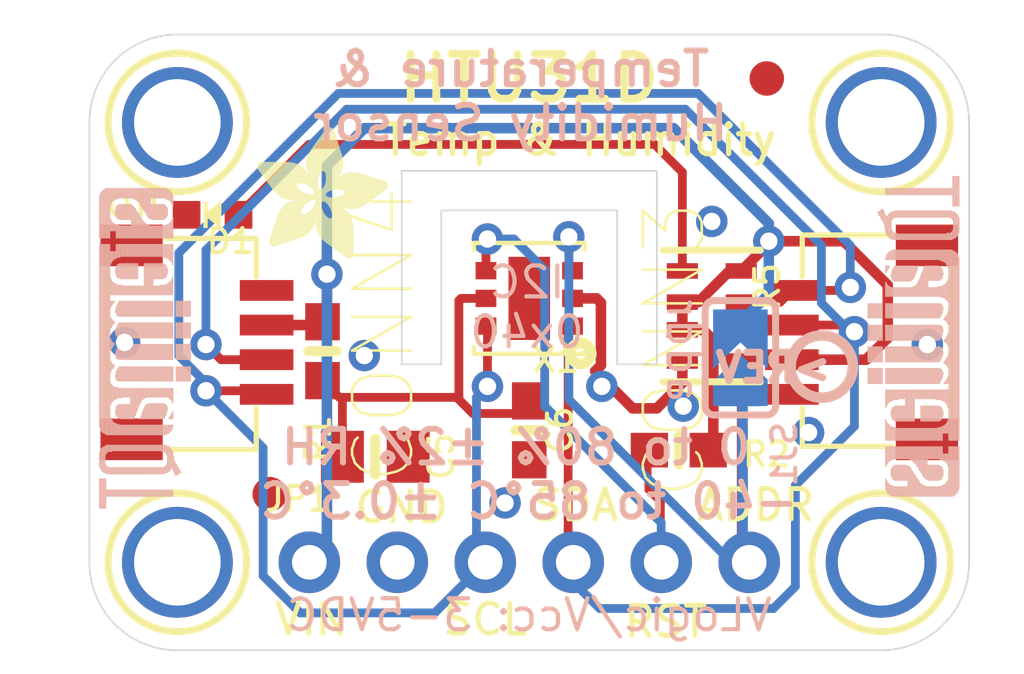
<source format=kicad_pcb>
(kicad_pcb (version 20211014) (generator pcbnew)
  (layers (0 "F.Cu" signal) (31 "B.Cu" signal) (34 "B.Paste" user) (35 "F.Paste" user) (36 "B.SilkS" user "B.Silkscreen") (37 "F.SilkS" user "F.Silkscreen") (38 "B.Mask" user) (39 "F.Mask" user) (44 "Edge.Cuts" user))
  (net 0 "")
  (net 1 "SDA")
  (net 2 "SCL")
  (net 3 "GND")
  (net 4 "VCC")
  (net 5 "N$1")
  (net 6 "VDD")
  (net 7 "ADDR")
  (net 8 "RESET")
  (footprint "boardEagle:CHIPLED_0603_NOOUTLINE" (layer "F.Cu") (at 139.3571 101.3206 90)
    (fp_text reference "D1" (at -0.762 1.27) (layer "F.SilkS") (effects (font (size 0.692831 0.692831) (thickness 0.119969)) (justify right)))
    (fp_text value "GREEN")
    (pad "A" smd rect (at 0 0.75 90) (size 0.8 0.8) (layers "F.Cu" "F.Paste" "F.Mask") (net 5 "N$1"))
    (pad "C" smd rect (at 0 -0.75 90) (size 0.8 0.8) (layers "F.Cu" "F.Paste" "F.Mask") (net 3 "GND"))
  )
  (footprint "boardEagle:MOUNTINGHOLE_2.5_PLATED" (layer "F.Cu") (at 158.6611 111.3536)
    (fp_text reference "U$25" hide)
    (fp_text value "MOUNTINGHOLE2.5" hide)
    (pad "P$1" thru_hole circle (at 0 0) (size 3.2 3.2) (drill 2.5) (layers *.Cu *.Mask))
  )
  (footprint "boardEagle:RESPACK_4X0603" (layer "F.Cu") (at 153.7716 104.2416 -90)
    (fp_text reference "R5" (at -1.6 -1.6 90) (layer "F.SilkS") (effects (font (size 0.692831 0.692831) (thickness 0.119969)) (justify right)))
    (fp_text value "10K")
    (pad "1" smd rect (at -1.3 0.85 270) (size 0.45 0.9) (layers "F.Cu" "F.Paste" "F.Mask") (net 5 "N$1"))
    (pad "2" smd rect (at -0.4 0.85 270) (size 0.45 0.9) (layers "F.Cu" "F.Paste" "F.Mask") (net 4 "VCC"))
    (pad "3" smd rect (at 0.4 0.85 270) (size 0.45 0.9) (layers "F.Cu" "F.Paste" "F.Mask") (net 4 "VCC"))
    (pad "4" smd rect (at 1.3 0.85 270) (size 0.45 0.9) (layers "F.Cu" "F.Paste" "F.Mask") (net 3 "GND"))
    (pad "5" smd rect (at 1.3 -0.85 270) (size 0.45 0.9) (layers "F.Cu" "F.Paste" "F.Mask") (net 7 "ADDR"))
    (pad "6" smd rect (at 0.4 -0.85 270) (size 0.45 0.9) (layers "F.Cu" "F.Paste" "F.Mask") (net 1 "SDA"))
    (pad "7" smd rect (at -0.4 -0.85 270) (size 0.45 0.9) (layers "F.Cu" "F.Paste" "F.Mask") (net 2 "SCL"))
    (pad "8" smd rect (at -1.3 -0.85 270) (size 0.45 0.9) (layers "F.Cu" "F.Paste" "F.Mask") (net 4 "VCC"))
  )
  (footprint "boardEagle:0603-NO" (layer "F.Cu") (at 152.8191 108.1151)
    (fp_text reference "R2" (at 1.778 0.127) (layer "F.SilkS") (effects (font (size 0.692831 0.692831) (thickness 0.119969)) (justify left)))
    (fp_text value "10K")
    (pad "1" smd rect (at -0.85 0) (size 1.075 1) (layers "F.Cu" "F.Paste" "F.Mask") (net 8 "RESET"))
    (pad "2" smd rect (at 0.85 0) (size 1.075 1) (layers "F.Cu" "F.Paste" "F.Mask") (net 4 "VCC"))
  )
  (footprint "boardEagle:0603-NO" (layer "F.Cu") (at 148.5011 107.5436 -90)
    (fp_text reference "C6" (at -0.762 -0.889 90) (layer "F.SilkS") (effects (font (size 0.692831 0.692831) (thickness 0.119969)) (justify right)))
    (fp_text value "0.1uF")
    (pad "1" smd rect (at -0.85 0 270) (size 1.075 1) (layers "F.Cu" "F.Paste" "F.Mask") (net 6 "VDD"))
    (pad "2" smd rect (at 0.85 0 270) (size 1.075 1) (layers "F.Cu" "F.Paste" "F.Mask") (net 3 "GND"))
  )
  (footprint "boardEagle:1X06_ROUND_70" (layer "F.Cu") (at 148.5011 111.3536)
    (fp_text reference "JP1" (at -7.6962 -1.8288) (layer "F.SilkS") (effects (font (size 0.692831 0.692831) (thickness 0.119969)) (justify left)))
    (fp_text value "")
    (pad "1" thru_hole circle (at -6.35 0 90) (size 1.778 1.778) (drill 1) (layers *.Cu *.Mask) (net 4 "VCC"))
    (pad "2" thru_hole circle (at -3.81 0 90) (size 1.778 1.778) (drill 1) (layers *.Cu *.Mask) (net 3 "GND"))
    (pad "3" thru_hole circle (at -1.27 0 90) (size 1.778 1.778) (drill 1) (layers *.Cu *.Mask) (net 2 "SCL"))
    (pad "4" thru_hole circle (at 1.27 0 90) (size 1.778 1.778) (drill 1) (layers *.Cu *.Mask) (net 1 "SDA"))
    (pad "5" thru_hole circle (at 3.81 0 90) (size 1.778 1.778) (drill 1) (layers *.Cu *.Mask) (net 8 "RESET"))
    (pad "6" thru_hole circle (at 6.35 0 90) (size 1.778 1.778) (drill 1) (layers *.Cu *.Mask) (net 7 "ADDR"))
  )
  (footprint "boardEagle:FIDUCIAL_1MM" (layer "F.Cu") (at 155.3591 97.3836)
    (fp_text reference "FID4" hide)
    (fp_text value "FIDUCIAL_1MM" hide)
    (pad "1" smd roundrect (at 0 0) (size 1 1) (layers "F.Cu" "F.Mask") (roundrect_rratio 0.5))
  )
  (footprint "boardEagle:JST_SH4" (layer "F.Cu") (at 138.4046 105.0036 -90)
    (fp_text reference "CONN4" (at -4.6 -5.9 90) (layer "F.SilkS") (effects (font (size 1.703222 1.703222) (thickness 0.074778)) (justify right)))
    (fp_text value "STEMMA_I2C_QT" hide)
    (pad "1" smd rect (at -1.5 -2.514) (size 1.55 0.6) (layers "F.Cu" "F.Paste" "F.Mask") (net 3 "GND"))
    (pad "2" smd rect (at -0.5 -2.514) (size 1.55 0.6) (layers "F.Cu" "F.Paste" "F.Mask") (net 4 "VCC"))
    (pad "3" smd rect (at 0.5 -2.514) (size 1.55 0.6) (layers "F.Cu" "F.Paste" "F.Mask") (net 1 "SDA"))
    (pad "4" smd rect (at 1.5 -2.514) (size 1.55 0.6) (layers "F.Cu" "F.Paste" "F.Mask") (net 2 "SCL"))
    (pad "MT1" smd rect (at -2.8 1.386) (size 1.8 1.2) (layers "F.Cu" "F.Paste" "F.Mask") (net 3 "GND"))
    (pad "MT2" smd rect (at 2.8 1.386) (size 1.8 1.2) (layers "F.Cu" "F.Paste" "F.Mask") (net 3 "GND"))
  )
  (footprint "boardEagle:FIDUCIAL_1MM" (layer "F.Cu") (at 141.0081 109.3851)
    (fp_text reference "FID3" hide)
    (fp_text value "FIDUCIAL_1MM" hide)
    (pad "1" smd roundrect (at 0 0) (size 1 1) (layers "F.Cu" "F.Mask") (roundrect_rratio 0.5))
  )
  (footprint "boardEagle:ADAFRUIT_3.5MM" (layer "F.Cu") (at 140.6271 102.5906)
    (fp_text reference "U$28" hide)
    (fp_text value "" hide)
  )
  (footprint "boardEagle:0603-NO" (layer "F.Cu") (at 142.5321 105.2576 -90)
    (fp_text reference "R1" (at 1.778 0.127 90) (layer "F.SilkS") (effects (font (size 0.692831 0.692831) (thickness 0.119969)) (justify right)))
    (fp_text value "220")
    (pad "1" smd rect (at -0.85 0 270) (size 1.075 1) (layers "F.Cu" "F.Paste" "F.Mask") (net 4 "VCC"))
    (pad "2" smd rect (at 0.85 0 270) (size 1.075 1) (layers "F.Cu" "F.Paste" "F.Mask") (net 6 "VDD"))
  )
  (footprint "boardEagle:JST_SH4" (layer "F.Cu") (at 158.5976 105.0036 90)
    (fp_text reference "CONN3" (at -4.6 -5.9 90) (layer "F.SilkS") (effects (font (size 1.703222 1.703222) (thickness 0.074778)) (justify left)))
    (fp_text value "STEMMA_I2C_QT" hide)
    (pad "1" smd rect (at -1.5 -2.514 180) (size 1.55 0.6) (layers "F.Cu" "F.Paste" "F.Mask") (net 3 "GND"))
    (pad "2" smd rect (at -0.5 -2.514 180) (size 1.55 0.6) (layers "F.Cu" "F.Paste" "F.Mask") (net 4 "VCC"))
    (pad "3" smd rect (at 0.5 -2.514 180) (size 1.55 0.6) (layers "F.Cu" "F.Paste" "F.Mask") (net 1 "SDA"))
    (pad "4" smd rect (at 1.5 -2.514 180) (size 1.55 0.6) (layers "F.Cu" "F.Paste" "F.Mask") (net 2 "SCL"))
    (pad "MT1" smd rect (at -2.8 1.386 180) (size 1.8 1.2) (layers "F.Cu" "F.Paste" "F.Mask") (net 3 "GND"))
    (pad "MT2" smd rect (at 2.8 1.386 180) (size 1.8 1.2) (layers "F.Cu" "F.Paste" "F.Mask") (net 3 "GND"))
  )
  (footprint "boardEagle:0805-NO" (layer "F.Cu") (at 144.0561 108.3056)
    (fp_text reference "C5" (at 1.905 -0.762 90) (layer "F.SilkS") (effects (font (size 0.692831 0.692831) (thickness 0.119969)) (justify right)))
    (fp_text value "10uF")
    (pad "1" smd rect (at -0.95 0) (size 1.24 1.5) (layers "F.Cu" "F.Paste" "F.Mask") (net 6 "VDD"))
    (pad "2" smd rect (at 0.95 0) (size 1.24 1.5) (layers "F.Cu" "F.Paste" "F.Mask") (net 3 "GND"))
  )
  (footprint "boardEagle:HTU31D" (layer "F.Cu") (at 148.5011 103.7336 180)
    (fp_text reference "X1" (at -1.506 -1.778) (layer "F.SilkS") (effects (font (size 0.692831 0.692831) (thickness 0.119969)) (justify right)))
    (fp_text value "HTU31D_")
    (pad "1" smd rect (at -1.25 -0.8 270) (size 0.5 0.6) (layers "F.Cu" "F.Paste" "F.Mask") (net 1 "SDA"))
    (pad "2" smd rect (at -1.25 0 270) (size 0.5 0.6) (layers "F.Cu" "F.Paste" "F.Mask") (net 3 "GND"))
    (pad "3" smd rect (at -1.25 0.8 270) (size 0.5 0.6) (layers "F.Cu" "F.Paste" "F.Mask") (net 7 "ADDR"))
    (pad "4" smd rect (at 1.25 0.8 90) (size 0.5 0.6) (layers "F.Cu" "F.Paste" "F.Mask") (net 8 "RESET"))
    (pad "5" smd rect (at 1.25 0 90) (size 0.5 0.6) (layers "F.Cu" "F.Paste" "F.Mask") (net 6 "VDD"))
    (pad "6" smd rect (at 1.25 -0.8 90) (size 0.5 0.6) (layers "F.Cu" "F.Paste" "F.Mask") (net 2 "SCL"))
    (pad "PAD" smd rect (at 0 0 180) (size 1.2 2.4) (layers "F.Cu" "F.Paste" "F.Mask"))
  )
  (footprint "boardEagle:MOUNTINGHOLE_2.5_PLATED" (layer "F.Cu") (at 138.3411 98.6536)
    (fp_text reference "U$19" hide)
    (fp_text value "MOUNTINGHOLE2.5" hide)
    (pad "P$1" thru_hole circle (at 0 0) (size 3.2 3.2) (drill 2.5) (layers *.Cu *.Mask))
  )
  (footprint "boardEagle:MOUNTINGHOLE_2.5_PLATED" (layer "F.Cu") (at 158.6611 98.6536)
    (fp_text reference "U$20" hide)
    (fp_text value "MOUNTINGHOLE2.5" hide)
    (pad "P$1" thru_hole circle (at 0 0) (size 3.2 3.2) (drill 2.5) (layers *.Cu *.Mask))
  )
  (footprint "boardEagle:MOUNTINGHOLE_2.5_PLATED" (layer "F.Cu") (at 138.3411 111.3536)
    (fp_text reference "U$22" hide)
    (fp_text value "MOUNTINGHOLE2.5" hide)
    (pad "P$1" thru_hole circle (at 0 0) (size 3.2 3.2) (drill 2.5) (layers *.Cu *.Mask))
  )
  (footprint "boardEagle:STEMMAQT" (layer "B.Cu") (at 138.7221 100.5586 -90)
    (fp_text reference "U$31" hide)
    (fp_text value "" hide)
  )
  (footprint "boardEagle:PCBFEAT-REV-040" (layer "B.Cu") (at 156.9466 105.7021 180)
    (fp_text reference "U$29" hide)
    (fp_text value "" hide)
    (fp_text user ">REV" (at -0.3556 -0.508) (layer "B.SilkS") (effects (font (size 0.8128 0.8128) (thickness 0.2032)) (justify left bottom mirror)))
  )
  (footprint "boardEagle:STEMMAQT" (layer "B.Cu") (at 158.2801 109.4486 90)
    (fp_text reference "U$30" hide)
    (fp_text value "" hide)
  )
  (footprint "boardEagle:SOLDERJUMPER_ARROW_NOPASTE" (layer "B.Cu") (at 154.5971 105.4481 90)
    (fp_text reference "SJ1" (at -1.778 1.27 90) (layer "B.SilkS") (effects (font (size 0.692831 0.692831) (thickness 0.119969)) (justify left mirror)))
    (fp_text value "")
    (fp_poly (pts (xy 0.106121 -0.002663) (xy -0.679416 -0.7882) (xy -1.3946 -0.7882) (xy -1.3946 0.7882) (xy -0.62715 0.7882)) (layer "B.Cu") (width 0) (fill solid))
    (fp_poly (pts (xy 1.3946 -0.7882) (xy -0.315893 -0.7882) (xy 0.443148 0) (xy -0.315893 0.7882) (xy 1.3946 0.7882)) (layer "B.Cu") (width 0) (fill solid))
    (pad "1" smd roundrect (at -1.016 0 90) (size 0.762 1.524) (layers "B.Cu") (net 7 "ADDR"))
    (pad "2" smd roundrect (at 1.016 0 90) (size 0.762 1.524) (layers "B.Cu") (net 4 "VCC"))
  )
  (gr_line (start 152.1841 100.0506) (end 152.1841 105.6386) (layer "Edge.Cuts") (width 0.05))
  (gr_line (start 152.1841 105.6386) (end 151.0411 105.6386) (layer "Edge.Cuts") (width 0.05))
  (gr_arc (start 138.3411 113.8936) (mid 136.545049 113.149651) (end 135.8011 111.3536) (layer "Edge.Cuts") (width 0.05))
  (gr_arc (start 161.2011 111.3536) (mid 160.457151 113.149651) (end 158.6611 113.8936) (layer "Edge.Cuts") (width 0.05))
  (gr_line (start 144.8181 105.6386) (end 144.8181 100.0506) (layer "Edge.Cuts") (width 0.05))
  (gr_line (start 138.3411 113.8936) (end 158.6611 113.8936) (layer "Edge.Cuts") (width 0.05))
  (gr_arc (start 158.6611 96.1136) (mid 160.457151 96.857549) (end 161.2011 98.6536) (layer "Edge.Cuts") (width 0.05))
  (gr_line (start 135.8011 98.6536) (end 135.8011 111.3536) (layer "Edge.Cuts") (width 0.05))
  (gr_line (start 151.0411 105.6386) (end 151.0411 101.1936) (layer "Edge.Cuts") (width 0.05))
  (gr_line (start 145.9611 101.1936) (end 145.9611 105.6386) (layer "Edge.Cuts") (width 0.05))
  (gr_line (start 145.9611 105.6386) (end 144.8181 105.6386) (layer "Edge.Cuts") (width 0.05))
  (gr_line (start 151.0411 101.1936) (end 145.9611 101.1936) (layer "Edge.Cuts") (width 0.05))
  (gr_line (start 144.8181 100.0506) (end 152.1841 100.0506) (layer "Edge.Cuts") (width 0.05))
  (gr_line (start 161.2011 111.3536) (end 161.2011 98.6536) (layer "Edge.Cuts") (width 0.05))
  (gr_arc (start 135.8011 98.6536) (mid 136.545049 96.857549) (end 138.3411 96.1136) (layer "Edge.Cuts") (width 0.05))
  (gr_line (start 158.6611 96.1136) (end 138.3411 96.1136) (layer "Edge.Cuts") (width 0.05))
  (gr_text "VLogic/Vcc: 3-5VDC" (at 148.5011 112.8776) (layer "B.SilkS") (effects (font (size 0.89408 0.89408) (thickness 0.12192)) (justify mirror)))
  (gr_text "0 to 80% ±2% RH\n-40 to 85°C ±0.3°C " (at 148.1201 108.8136) (layer "B.SilkS") (effects (font (size 0.97155 0.97155) (thickness 0.17145)) (justify mirror)))
  (gr_text "I2C\n0x40" (at 148.4376 103.9876) (layer "B.SilkS") (effects (font (size 0.89408 0.89408) (thickness 0.12192)) (justify mirror)))
  (gr_text "Temperature &\nHumidity Sensor" (at 148.2471 97.8916) (layer "B.SilkS") (effects (font (size 0.97155 0.97155) (thickness 0.17145)) (justify mirror)))
  (gr_text "addr" (at 152.9461 105.2576 -90) (layer "B.SilkS") (effects (font (size 0.89408 0.89408) (thickness 0.12192)) (justify mirror)))
  (gr_text "Temp & Humidity" (at 149.9616 99.1616) (layer "F.SilkS") (effects (font (size 0.8636 0.8636) (thickness 0.1524))))
  (gr_text "SDA" (at 149.8346 109.7026) (layer "F.SilkS") (effects (font (size 0.87376 0.87376) (thickness 0.14224))))
  (gr_text "HTU31D" (at 148.5011 97.3836) (layer "F.SilkS") (effects (font (size 1.2954 1.2954) (thickness 0.2286))))
  (gr_text "on" (at 136.1821 101.4476) (layer "F.SilkS") (effects (font (size 0.89408 0.89408) (thickness 0.12192)) (justify left bottom)))
  (gr_text "GND" (at 144.8181 109.7661) (layer "F.SilkS") (effects (font (size 0.87376 0.87376) (thickness 0.14224))))
  (gr_text "SCL" (at 147.2311 113.0046) (layer "F.SilkS") (effects (font (size 0.87376 0.87376) (thickness 0.14224))))
  (gr_text "VIN" (at 142.2146 113.0046) (layer "F.SilkS") (effects (font (size 0.87376 0.87376) (thickness 0.14224))))
  (gr_text "RST" (at 152.4381 113.0681) (layer "F.SilkS") (effects (font (size 0.87376 0.87376) (thickness 0.14224))))
  (gr_text "ADDR" (at 155.0416 109.7026) (layer "F.SilkS") (effects (font (size 0.87376 0.87376) (thickness 0.14224))))
  (segment (start 156.0836 104.5036) (end 157.698381 104.5036) (width 0.254) (layer "F.Cu") (net 1))
  (segment (start 149.7711 111.3536) (end 149.6241 111.2066) (width 0.254) (layer "F.Cu") (net 1))
  (segment (start 140.9186 105.5036) (end 139.6031 105.5036) (width 0.254) (layer "F.Cu") (net 1))
  (segment (start 149.6241 104.6606) (end 149.6241 111.2066) (width 0.254) (layer "F.Cu") (net 1))
  (segment (start 157.698381 104.5036) (end 157.889581 104.6948) (width 0.254) (layer "F.Cu") (net 1))
  (segment (start 154.6216 104.6416) (end 155.9456 104.6416) (width 0.254) (layer "F.Cu") (net 1))
  (segment (start 149.7511 104.5336) (end 149.6241 104.6606) (width 0.254) (layer "F.Cu") (net 1))
  (segment (start 139.6031 105.5036) (end 139.1666 105.0671) (width 0.254) (layer "F.Cu") (net 1))
  (segment (start 155.9456 104.6416) (end 156.0836 104.5036) (width 0.254) (layer "F.Cu") (net 1))
  (via (at 157.889581 104.6948) (size 0.9064) (drill 0.5) (layers "F.Cu" "B.Cu") (net 1))
  (via (at 139.1666 105.0671) (size 0.9064) (drill 0.5) (layers "F.Cu" "B.Cu") (net 1))
  (segment (start 156.937081 102.200082) (end 156.937081 103.8693) (width 0.254) (layer "B.Cu") (net 1))
  (segment (start 157.889581 107.426119) (end 156.1846 109.1311) (width 0.254) (layer "B.Cu") (net 1))
  (segment (start 157.762581 104.6948) (end 157.889581 104.6948) (width 0.254) (layer "B.Cu") (net 1))
  (segment (start 139.1666 105.0671) (end 139.1666 102.3366) (width 0.254) (layer "B.Cu") (net 1))
  (segment (start 139.1666 102.3366) (end 143.2306 98.2726) (width 0.254) (layer "B.Cu") (net 1))
  (segment (start 157.762581 104.6948) (end 156.937081 103.8693) (width 0.254) (layer "B.Cu") (net 1))
  (segment (start 156.1846 109.1311) (end 156.1846 112.0521) (width 0.254) (layer "B.Cu") (net 1))
  (segment (start 156.1846 112.0521) (end 155.5496 112.6871) (width 0.254) (layer "B.Cu") (net 1))
  (segment (start 150.5331 112.6871) (end 149.7711 111.9251) (width 0.254) (layer "B.Cu") (net 1))
  (segment (start 149.7711 111.9251) (end 149.7711 111.3536) (width 0.254) (layer "B.Cu") (net 1))
  (segment (start 155.5496 112.6871) (end 150.5331 112.6871) (width 0.254) (layer "B.Cu") (net 1))
  (segment (start 143.2306 98.2726) (end 153.0096 98.2726) (width 0.254) (layer "B.Cu") (net 1))
  (segment (start 153.0096 98.2726) (end 156.937081 102.200082) (width 0.254) (layer "B.Cu") (net 1))
  (segment (start 157.889581 104.6948) (end 157.889581 107.426119) (width 0.254) (layer "B.Cu") (net 1))
  (segment (start 154.6216 103.8416) (end 155.7456 103.8416) (width 0.254) (layer "F.Cu") (net 2))
  (segment (start 147.2946 104.5771) (end 147.2946 106.2736) (width 0.254) (layer "F.Cu") (net 2))
  (segment (start 157.6846 103.5036) (end 157.77169 103.41651) (width 0.254) (layer "F.Cu") (net 2))
  (segment (start 155.7456 103.8416) (end 156.0836 103.5036) (width 0.254) (layer "F.Cu") (net 2))
  (segment (start 139.1666 106.4006) (end 140.8156 106.4006) (width 0.254) (layer "F.Cu") (net 2))
  (segment (start 147.2511 104.5336) (end 147.2946 104.5771) (width 0.254) (layer "F.Cu") (net 2))
  (segment (start 140.8156 106.4006) (end 140.9186 106.5036) (width 0.254) (layer "F.Cu") (net 2))
  (segment (start 156.0836 103.5036) (end 157.6846 103.5036) (width 0.254) (layer "F.Cu") (net 2))
  (via (at 157.77169 103.41651) (size 0.9064) (drill 0.5) (layers "F.Cu" "B.Cu") (net 2))
  (via (at 139.1666 106.4006) (size 0.9064) (drill 0.5) (layers "F.Cu" "B.Cu") (net 2))
  (via (at 147.2946 106.2736) (size 0.9064) (drill 0.5) (layers "F.Cu" "B.Cu") (net 2))
  (segment (start 146.9771 110.5281) (end 147.2946 110.8456) (width 0.254) (layer "B.Cu") (net 2))
  (segment (start 141.887387 112.8141) (end 145.7706 112.8141) (width 0.254) (layer "B.Cu") (net 2))
  (segment (start 147.2946 110.8456) (end 147.2946 111.2901) (width 0.254) (layer "B.Cu") (net 2))
  (segment (start 147.2946 106.2736) (end 146.9771 106.5911) (width 0.254) (layer "B.Cu") (net 2))
  (segment (start 157.77169 103.41651) (end 157.77169 102.21001) (width 0.254) (layer "B.Cu") (net 2))
  (segment (start 146.9771 106.5911) (end 146.9771 110.5281) (width 0.254) (layer "B.Cu") (net 2))
  (segment (start 138.3832 102.4215) (end 138.3832 105.3916) (width 0.254) (layer "B.Cu") (net 2))
  (segment (start 140.8176 111.744313) (end 141.887387 112.8141) (width 0.254) (layer "B.Cu") (net 2))
  (segment (start 157.77169 102.21001) (end 153.377081 97.8154) (width 0.254) (layer "B.Cu") (net 2))
  (segment (start 140.8176 108.0516) (end 140.8176 111.744313) (width 0.254) (layer "B.Cu") (net 2))
  (segment (start 139.1666 106.175) (end 139.1666 106.4006) (width 0.254) (layer "B.Cu") (net 2))
  (segment (start 139.1666 106.4006) (end 140.8176 108.0516) (width 0.254) (layer "B.Cu") (net 2))
  (segment (start 142.9893 97.8154) (end 138.3832 102.4215) (width 0.254) (layer "B.Cu") (net 2))
  (segment (start 138.3832 105.3916) (end 139.1666 106.175) (width 0.254) (layer "B.Cu") (net 2))
  (segment (start 145.7706 112.8141) (end 147.2311 111.3536) (width 0.254) (layer "B.Cu") (net 2))
  (segment (start 153.377081 97.8154) (end 142.9893 97.8154) (width 0.254) (layer "B.Cu") (net 2))
  (segment (start 147.2311 111.3536) (end 147.2946 111.2901) (width 0.254) (layer "B.Cu") (net 2))
  (segment (start 150.5712 103.8606) (end 150.5712 105.664) (width 0.3048) (layer "F.Cu") (net 3))
  (segment (start 152.1841 106.9086) (end 152.9216 106.1711) (width 0.3048) (layer "F.Cu") (net 3))
  (segment (start 150.4442 103.7336) (end 150.5712 103.8606) (width 0.3048) (layer "F.Cu") (net 3))
  (segment (start 151.4856 106.9086) (end 152.1841 106.9086) (width 0.3048) (layer "F.Cu") (net 3))
  (segment (start 150.4061 105.8291) (end 151.4856 106.9086) (width 0.3048) (layer "F.Cu") (net 3))
  (segment (start 152.9216 106.1711) (end 152.9216 105.5416) (width 0.3048) (layer "F.Cu") (net 3))
  (segment (start 150.5712 105.664) (end 150.4061 105.8291) (width 0.3048) (layer "F.Cu") (net 3))
  (segment (start 149.7511 103.7336) (end 150.4442 103.7336) (width 0.3048) (layer "F.Cu") (net 3))
  (via (at 153.7716 101.5111) (size 0.9064) (drill 0.5) (layers "F.Cu" "B.Cu") (net 3))
  (via (at 159.9946 105.0671) (size 0.9064) (drill 0.5) (layers "F.Cu" "B.Cu") (net 3))
  (via (at 152.9461 106.8451) (size 0.9064) (drill 0.5) (layers "F.Cu" "B.Cu") (net 3))
  (via (at 136.8171 105.0036) (size 0.9064) (drill 0.5) (layers "F.Cu" "B.Cu") (net 3))
  (via (at 147.8026 109.6391) (size 0.9064) (drill 0.5) (layers "F.Cu" "B.Cu") (net 3))
  (via (at 150.5966 106.2736) (size 0.9064) (drill 0.5) (layers "F.Cu" "B.Cu") (net 3))
  (via (at 143.7386 105.3846) (size 0.9064) (drill 0.5) (layers "F.Cu" "B.Cu") (net 3))
  (via (at 156.5656 107.6071) (size 0.9064) (drill 0.5) (layers "F.Cu" "B.Cu") (net 3))
  (segment (start 142.5321 104.4076) (end 142.6591 104.2806) (width 0.3048) (layer "F.Cu") (net 4))
  (segment (start 142.6591 104.2806) (end 142.6591 103.0351) (width 0.3048) (layer "F.Cu") (net 4))
  (segment (start 158.2246 105.5036) (end 156.0836 105.5036) (width 0.3048) (layer "F.Cu") (net 4))
  (segment (start 154.280206 102.9416) (end 154.6216 102.9416) (width 0.3048) (layer "F.Cu") (net 4))
  (segment (start 152.9216 104.6416) (end 153.5175 104.6416) (width 0.3048) (layer "F.Cu") (net 4))
  (segment (start 142.4361 104.5036) (end 142.5321 104.4076) (width 0.3048) (layer "F.Cu") (net 4))
  (segment (start 152.9216 103.8416) (end 152.9216 104.6416) (width 0.3048) (layer "F.Cu") (net 4))
  (segment (start 153.816 107.9682) (end 153.6691 108.1151) (width 0.3048) (layer "F.Cu") (net 4))
  (segment (start 153.816 104.9401) (end 153.816 107.9682) (width 0.3048) (layer "F.Cu") (net 4))
  (segment (start 158.8516 103.3526) (end 157.5816 102.0826) (width 0.3048) (layer "F.Cu") (net 4))
  (segment (start 155.4171 102.1461) (end 154.6216 102.9416) (width 0.3048) (layer "F.Cu") (net 4))
  (segment (start 153.380206 103.8416) (end 154.280206 102.9416) (width 0.3048) (layer "F.Cu") (net 4))
  (segment (start 158.8516 103.3526) (end 158.8516 104.8766) (width 0.3048) (layer "F.Cu") (net 4))
  (segment (start 157.5816 102.0826) (end 155.4171 102.0826) (width 0.3048) (layer "F.Cu") (net 4))
  (segment (start 158.8516 104.8766) (end 158.2246 105.5036) (width 0.3048) (layer "F.Cu") (net 4))
  (segment (start 153.5175 104.6416) (end 153.816 104.9401) (width 0.3048) (layer "F.Cu") (net 4))
  (segment (start 155.4171 102.0826) (end 155.4171 102.1461) (width 0.3048) (layer "F.Cu") (net 4))
  (segment (start 152.9216 103.8416) (end 153.380206 103.8416) (width 0.3048) (layer "F.Cu") (net 4))
  (segment (start 140.9186 104.5036) (end 142.4361 104.5036) (width 0.3048) (layer "F.Cu") (net 4))
  (via (at 155.4171 102.0826) (size 0.9064) (drill 0.5) (layers "F.Cu" "B.Cu") (net 4))
  (via (at 142.6591 103.0351) (size 0.9064) (drill 0.5) (layers "F.Cu" "B.Cu") (net 4))
  (segment (start 155.4171 101.5691) (end 152.6667 98.8187) (width 0.3048) (layer "B.Cu") (net 4))
  (segment (start 155.4171 103.6121) (end 155.4171 102.0826) (width 0.3048) (layer "B.Cu") (net 4))
  (segment (start 155.4171 102.0826) (end 155.4171 101.5691) (width 0.3048) (layer "B.Cu") (net 4))
  (segment (start 142.6591 99.9076) (end 142.6591 103.0351) (width 0.3048) (layer "B.Cu") (net 4))
  (segment (start 152.6667 98.8187) (end 143.748 98.8187) (width 0.3048) (layer "B.Cu") (net 4))
  (segment (start 143.748 98.8187) (end 142.6591 99.9076) (width 0.3048) (layer "B.Cu") (net 4))
  (segment (start 142.6591 103.0351) (end 142.6591 110.8456) (width 0.3048) (layer "B.Cu") (net 4))
  (segment (start 154.5971 104.4321) (end 155.4171 103.6121) (width 0.3048) (layer "B.Cu") (net 4))
  (segment (start 142.6591 110.8456) (end 142.1511 111.3536) (width 0.3048) (layer "B.Cu") (net 4))
  (segment (start 152.1206 99.2886) (end 152.9216 100.0896) (width 0.254) (layer "F.Cu") (net 5))
  (segment (start 152.9216 100.0896) (end 152.9216 102.9416) (width 0.254) (layer "F.Cu") (net 5))
  (segment (start 142.1391 99.2886) (end 152.1206 99.2886) (width 0.254) (layer "F.Cu") (net 5))
  (segment (start 140.1071 101.3206) (end 142.1391 99.2886) (width 0.254) (layer "F.Cu") (net 5))
  (segment (start 148.1377 107.057) (end 146.8715 107.057) (width 0.254) (layer "F.Cu") (net 6))
  (segment (start 143.1061 108.3056) (end 143.1061 106.6571) (width 0.254) (layer "F.Cu") (net 6))
  (segment (start 143.0401 106.5911) (end 143.0156 106.5911) (width 0.254) (layer "F.Cu") (net 6))
  (segment (start 143.0401 106.5911) (end 146.4056 106.5911) (width 0.254) (layer "F.Cu") (net 6))
  (segment (start 146.4691 103.7971) (end 146.4691 106.5911) (width 0.254) (layer "F.Cu") (net 6))
  (segment (start 146.5326 103.7336) (end 146.4691 103.7971) (width 0.254) (layer "F.Cu") (net 6))
  (segment (start 147.2511 103.7336) (end 146.5326 103.7336) (width 0.254) (layer "F.Cu") (net 6))
  (segment (start 143.1061 106.6571) (end 143.0401 106.5911) (width 0.254) (layer "F.Cu") (net 6))
  (segment (start 143.0156 106.5911) (end 142.5321 106.1076) (width 0.254) (layer "F.Cu") (net 6))
  (segment (start 148.5011 106.6936) (end 148.1377 107.057) (width 0.254) (layer "F.Cu") (net 6))
  (segment (start 146.8715 107.057) (end 146.4056 106.5911) (width 0.254) (layer "F.Cu") (net 6))
  (segment (start 146.4691 106.5911) (end 146.4056 106.5911) (width 0.254) (layer "F.Cu") (net 6))
  (segment (start 154.6216 111.1241) (end 154.8511 111.3536) (width 0.254) (layer "F.Cu") (net 7))
  (segment (start 154.6216 105.5416) (end 154.6216 111.1241) (width 0.254) (layer "F.Cu") (net 7))
  (segment (start 149.6441 101.9556) (end 149.6441 102.8266) (width 0.254) (layer "F.Cu") (net 7))
  (segment (start 149.7511 102.9336) (end 149.6441 102.8266) (width 0.254) (layer "F.Cu") (net 7))
  (via (at 149.6441 101.9556) (size 0.9064) (drill 0.5) (layers "F.Cu" "B.Cu") (net 7))
  (segment (start 154.8511 111.3536) (end 154.3431 111.3536) (width 0.254) (layer "B.Cu") (net 7))
  (segment (start 154.6606 111.6711) (end 154.3431 111.3536) (width 0.254) (layer "B.Cu") (net 7))
  (segment (start 154.3431 111.3536) (end 149.6441 106.6546) (width 0.254) (layer "B.Cu") (net 7))
  (segment (start 154.6606 106.5276) (end 154.6606 111.6711) (width 0.3048) (layer "B.Cu") (net 7))
  (segment (start 149.6441 101.9556) (end 149.6441 106.6546) (width 0.254) (layer "B.Cu") (net 7))
  (segment (start 154.5971 106.4641) (end 154.6606 106.5276) (width 0.3048) (layer "B.Cu") (net 7))
  (segment (start 151.9301 108.1541) (end 151.9691 108.1151) (width 0.2032) (layer "F.Cu") (net 8))
  (segment (start 152.3111 109.6391) (end 151.9301 109.2581) (width 0.2032) (layer "F.Cu") (net 8))
  (segment (start 151.9301 109.2581) (end 151.9301 108.1541) (width 0.2032) (layer "F.Cu") (net 8))
  (segment (start 147.2511 102.9336) (end 147.2511 102.138222) (width 0.254) (layer "F.Cu") (net 8))
  (segment (start 147.2946 102.0191) (end 147.2511 102.138222) (width 0.254) (layer "F.Cu") (net 8))
  (segment (start 152.3111 111.3536) (end 152.3111 109.6391) (width 0.2032) (layer "F.Cu") (net 8))
  (via (at 147.2946 102.0191) (size 0.9064) (drill 0.5) (layers "F.Cu" "B.Cu") (net 8))
  (segment (start 148.9456 106.8451) (end 152.3111 110.2106) (width 0.254) (layer "B.Cu") (net 8))
  (segment (start 148.9456 102.9081) (end 148.0566 102.0191) (width 0.254) (layer "B.Cu") (net 8))
  (segment (start 152.3111 110.2106) (end 152.3111 111.3536) (width 0.254) (layer "B.Cu") (net 8))
  (segment (start 148.0566 102.0191) (end 147.2946 102.0191) (width 0.254) (layer "B.Cu") (net 8))
  (segment (start 148.9456 102.9081) (end 148.9456 106.8451) (width 0.254) (layer "B.Cu") (net 8))
)
</source>
